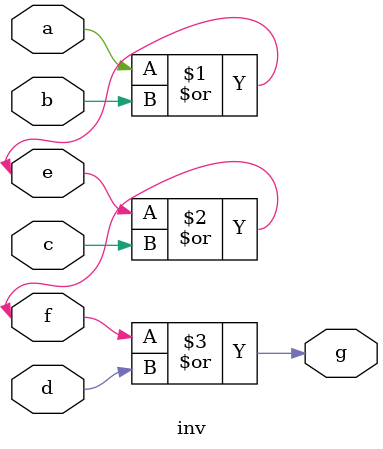
<source format=v>
`timescale 1ns / 1ps


module inv(
    input a,
    input b,
    input c,
    input d,
    input e,
    input f,
    output g
    );
assign e = a | b;
assign f = e | c;
assign g = f | d;
endmodule

</source>
